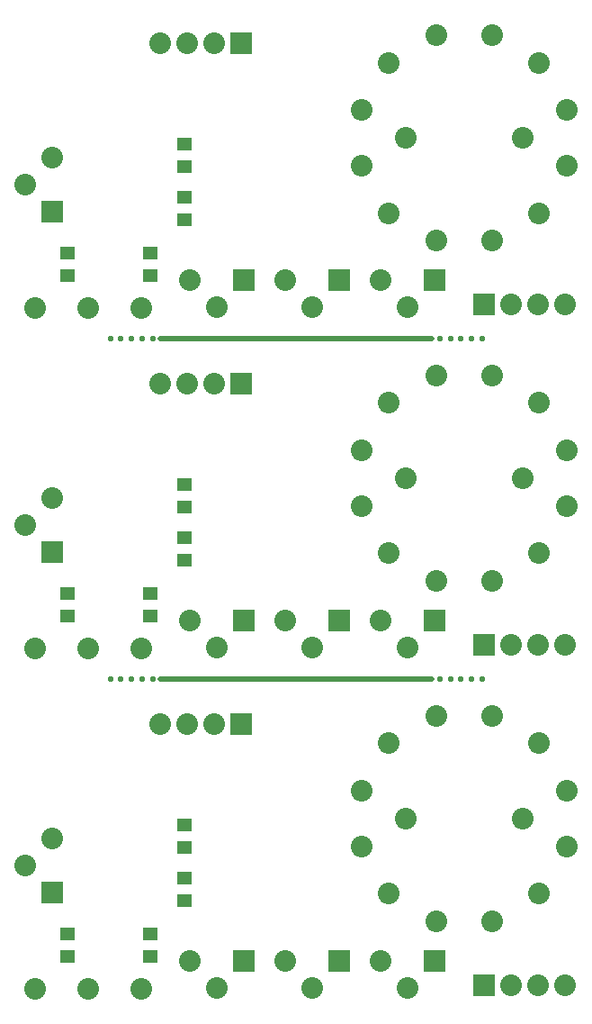
<source format=gbs>
G04 (created by PCBNEW (2013-07-07 BZR 4022)-stable) date 2014-08-05 10:31:38 AM*
%MOIN*%
G04 Gerber Fmt 3.4, Leading zero omitted, Abs format*
%FSLAX34Y34*%
G01*
G70*
G90*
G04 APERTURE LIST*
%ADD10C,0.00590551*%
%ADD11O,1.0252X0.0212598*%
%ADD12C,0.0802748*%
%ADD13R,0.0565748X0.0465748*%
%ADD14R,0.0802748X0.0802748*%
%ADD15C,0.080315*%
%ADD16C,0.0212598*%
G04 APERTURE END LIST*
G54D10*
G54D11*
X21259Y-32874D03*
X21259Y-20275D03*
G54D12*
X13543Y-44330D03*
X11574Y-44330D03*
X15511Y-44330D03*
G54D13*
X17125Y-41074D03*
X17125Y-40224D03*
X17125Y-39106D03*
X17125Y-38256D03*
X15846Y-42291D03*
X15846Y-43141D03*
G54D14*
X19216Y-34547D03*
G54D12*
X18216Y-34547D03*
X17216Y-34547D03*
X16216Y-34547D03*
G54D15*
X23677Y-37011D03*
X24696Y-35248D03*
X26460Y-34228D03*
X28500Y-34228D03*
X30263Y-35248D03*
X31283Y-37011D03*
X29645Y-38031D03*
X25314Y-38031D03*
X23677Y-39051D03*
X24696Y-40814D03*
X26460Y-41834D03*
X28500Y-41834D03*
X30263Y-40814D03*
X31283Y-39051D03*
G54D13*
X12795Y-43141D03*
X12795Y-42291D03*
G54D12*
X18307Y-44307D03*
X17307Y-43307D03*
G54D14*
X19307Y-43307D03*
G54D12*
X21850Y-44307D03*
X20850Y-43307D03*
G54D14*
X22850Y-43307D03*
G54D12*
X25393Y-44307D03*
X24393Y-43307D03*
G54D14*
X26393Y-43307D03*
G54D12*
X11204Y-39763D03*
X12204Y-38763D03*
G54D14*
X12204Y-40763D03*
X28224Y-44192D03*
G54D12*
X29224Y-44192D03*
X30224Y-44192D03*
X31224Y-44192D03*
G54D14*
X28224Y-31594D03*
G54D12*
X29224Y-31594D03*
X30224Y-31594D03*
X31224Y-31594D03*
X11204Y-27165D03*
X12204Y-26165D03*
G54D14*
X12204Y-28165D03*
G54D12*
X25393Y-31708D03*
X24393Y-30708D03*
G54D14*
X26393Y-30708D03*
G54D12*
X21850Y-31708D03*
X20850Y-30708D03*
G54D14*
X22850Y-30708D03*
G54D12*
X18307Y-31708D03*
X17307Y-30708D03*
G54D14*
X19307Y-30708D03*
G54D13*
X12795Y-30543D03*
X12795Y-29693D03*
G54D15*
X23677Y-24413D03*
X24696Y-22649D03*
X26460Y-21629D03*
X28500Y-21629D03*
X30263Y-22649D03*
X31283Y-24413D03*
X29645Y-25433D03*
X25314Y-25433D03*
X23677Y-26452D03*
X24696Y-28216D03*
X26460Y-29236D03*
X28500Y-29236D03*
X30263Y-28216D03*
X31283Y-26452D03*
G54D14*
X19216Y-21948D03*
G54D12*
X18216Y-21948D03*
X17216Y-21948D03*
X16216Y-21948D03*
G54D13*
X15846Y-29693D03*
X15846Y-30543D03*
X17125Y-26507D03*
X17125Y-25657D03*
X17125Y-28476D03*
X17125Y-27626D03*
G54D12*
X13543Y-31732D03*
X11574Y-31732D03*
X15511Y-31732D03*
X13543Y-19133D03*
X11574Y-19133D03*
X15511Y-19133D03*
G54D13*
X17125Y-15877D03*
X17125Y-15027D03*
X17125Y-13909D03*
X17125Y-13059D03*
X15846Y-17094D03*
X15846Y-17944D03*
G54D14*
X19216Y-9350D03*
G54D12*
X18216Y-9350D03*
X17216Y-9350D03*
X16216Y-9350D03*
G54D15*
X23677Y-11814D03*
X24696Y-10051D03*
X26460Y-9031D03*
X28500Y-9031D03*
X30263Y-10051D03*
X31283Y-11814D03*
X29645Y-12834D03*
X25314Y-12834D03*
X23677Y-13854D03*
X24696Y-15618D03*
X26460Y-16637D03*
X28500Y-16637D03*
X30263Y-15618D03*
X31283Y-13854D03*
G54D13*
X12795Y-17944D03*
X12795Y-17094D03*
G54D12*
X18307Y-19110D03*
X17307Y-18110D03*
G54D14*
X19307Y-18110D03*
G54D12*
X21850Y-19110D03*
X20850Y-18110D03*
G54D14*
X22850Y-18110D03*
G54D12*
X25393Y-19110D03*
X24393Y-18110D03*
G54D14*
X26393Y-18110D03*
G54D12*
X11204Y-14566D03*
X12204Y-13566D03*
G54D14*
X12204Y-15566D03*
X28224Y-18996D03*
G54D12*
X29224Y-18996D03*
X30224Y-18996D03*
X31224Y-18996D03*
G54D16*
X14370Y-20275D03*
X14763Y-20275D03*
X15157Y-20275D03*
X15551Y-20275D03*
X15944Y-20275D03*
X26574Y-20275D03*
X26968Y-20275D03*
X27362Y-20275D03*
X27755Y-20275D03*
X28149Y-20275D03*
X14370Y-32874D03*
X14763Y-32874D03*
X15157Y-32874D03*
X15551Y-32874D03*
X15944Y-32874D03*
X26574Y-32874D03*
X26968Y-32874D03*
X27362Y-32874D03*
X27755Y-32874D03*
X28149Y-32874D03*
M02*

</source>
